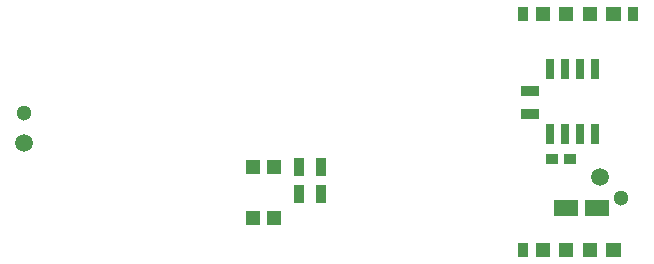
<source format=gbr>
G04 #@! TF.FileFunction,Soldermask,Bot*
%FSLAX46Y46*%
G04 Gerber Fmt 4.6, Leading zero omitted, Abs format (unit mm)*
G04 Created by KiCad (PCBNEW 4.0.0-rc2-stable) date 2016-09-06 13:17:37*
%MOMM*%
G01*
G04 APERTURE LIST*
%ADD10C,0.100000*%
%ADD11R,1.000000X0.950000*%
%ADD12R,2.000000X1.430000*%
%ADD13C,1.500000*%
%ADD14C,1.300000*%
%ADD15R,0.950000X1.200000*%
%ADD16R,0.800000X1.720000*%
%ADD17R,1.200000X1.200000*%
%ADD18R,1.500000X0.900000*%
%ADD19R,0.900000X1.500000*%
G04 APERTURE END LIST*
D10*
D11*
X158650000Y-85400000D03*
X160150000Y-85400000D03*
D12*
X162485000Y-89575000D03*
X159865000Y-89575000D03*
D13*
X162725000Y-86975000D03*
D14*
X164500000Y-88750000D03*
D13*
X114000000Y-84050000D03*
D15*
X156250000Y-93125000D03*
X156250000Y-73125000D03*
X165500000Y-73125000D03*
D14*
X114000000Y-81550000D03*
D16*
X158520000Y-77785000D03*
X159790000Y-77785000D03*
X161060000Y-77785000D03*
X162330000Y-77785000D03*
X162330000Y-83265000D03*
X161060000Y-83265000D03*
X159790000Y-83265000D03*
X158520000Y-83265000D03*
D10*
G36*
X160475000Y-73725000D02*
X159275000Y-73725000D01*
X159275000Y-72525000D01*
X160475000Y-72525000D01*
X160475000Y-73725000D01*
X160475000Y-73725000D01*
G37*
G36*
X162475000Y-73725000D02*
X161275000Y-73725000D01*
X161275000Y-72525000D01*
X162475000Y-72525000D01*
X162475000Y-73725000D01*
X162475000Y-73725000D01*
G37*
G36*
X158475000Y-73725000D02*
X157275000Y-73725000D01*
X157275000Y-72525000D01*
X158475000Y-72525000D01*
X158475000Y-73725000D01*
X158475000Y-73725000D01*
G37*
G36*
X164475000Y-73725000D02*
X163275000Y-73725000D01*
X163275000Y-72525000D01*
X164475000Y-72525000D01*
X164475000Y-73725000D01*
X164475000Y-73725000D01*
G37*
G36*
X162475000Y-93725000D02*
X161275000Y-93725000D01*
X161275000Y-92525000D01*
X162475000Y-92525000D01*
X162475000Y-93725000D01*
X162475000Y-93725000D01*
G37*
G36*
X164475000Y-93725000D02*
X163275000Y-93725000D01*
X163275000Y-92525000D01*
X164475000Y-92525000D01*
X164475000Y-93725000D01*
X164475000Y-93725000D01*
G37*
G36*
X158475000Y-93725000D02*
X157275000Y-93725000D01*
X157275000Y-92525000D01*
X158475000Y-92525000D01*
X158475000Y-93725000D01*
X158475000Y-93725000D01*
G37*
G36*
X160475000Y-93725000D02*
X159275000Y-93725000D01*
X159275000Y-92525000D01*
X160475000Y-92525000D01*
X160475000Y-93725000D01*
X160475000Y-93725000D01*
G37*
D17*
X133350000Y-90400000D03*
X133350000Y-86100000D03*
X135150000Y-90400000D03*
X135150000Y-86100000D03*
D18*
X156825000Y-81575000D03*
X156825000Y-79675000D03*
D19*
X137250000Y-88400000D03*
X139150000Y-88400000D03*
X137250000Y-86100000D03*
X139150000Y-86100000D03*
M02*

</source>
